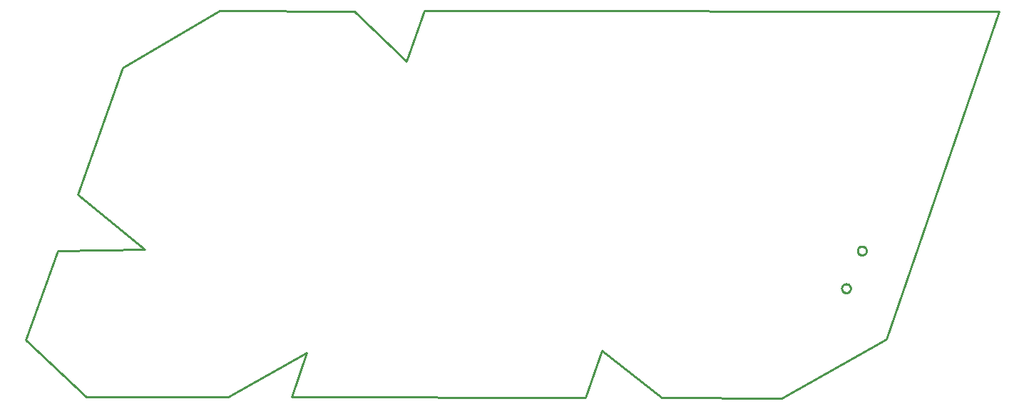
<source format=gbr>
G04 EAGLE Gerber RS-274X export*
G75*
%MOMM*%
%FSLAX34Y34*%
%LPD*%
%IN*%
%IPPOS*%
%AMOC8*
5,1,8,0,0,1.08239X$1,22.5*%
G01*
%ADD10C,0.254000*%


D10*
X0Y69383D02*
X72208Y1884D01*
X240799Y1570D01*
X334042Y54000D01*
X316147Y1256D01*
X664631Y628D01*
X684096Y56197D01*
X755362Y628D01*
X897582Y0D01*
X1021906Y69697D01*
X1155648Y459936D01*
X473436Y460250D01*
X452401Y400599D01*
X390553Y459936D01*
X230753Y460564D01*
X115219Y393065D01*
X62476Y242055D01*
X141277Y176439D01*
X38302Y175498D01*
X0Y69383D01*
X991398Y170288D02*
X991964Y170123D01*
X992545Y170022D01*
X993134Y169987D01*
X993723Y170018D01*
X994304Y170114D01*
X994872Y170276D01*
X995417Y170499D01*
X995934Y170783D01*
X996416Y171122D01*
X996857Y171514D01*
X997252Y171952D01*
X997595Y172432D01*
X997882Y172947D01*
X998109Y173491D01*
X998275Y174057D01*
X998375Y174638D01*
X998410Y175227D01*
X998379Y175815D01*
X998283Y176397D01*
X998121Y176964D01*
X997898Y177510D01*
X997614Y178027D01*
X997275Y178509D01*
X996883Y178950D01*
X996445Y179345D01*
X995965Y179687D01*
X995450Y179974D01*
X994906Y180202D01*
X994340Y180367D01*
X993759Y180468D01*
X993171Y180503D01*
X992582Y180472D01*
X992000Y180375D01*
X991433Y180214D01*
X990887Y179990D01*
X990370Y179707D01*
X989888Y179367D01*
X989447Y178976D01*
X989053Y178538D01*
X988710Y178058D01*
X988423Y177543D01*
X988195Y176999D01*
X988030Y176433D01*
X987929Y175852D01*
X987894Y175263D01*
X987925Y174674D01*
X988022Y174093D01*
X988183Y173526D01*
X988407Y172980D01*
X988690Y172463D01*
X989030Y171981D01*
X989421Y171540D01*
X989859Y171145D01*
X990339Y170802D01*
X990854Y170515D01*
X991398Y170288D01*
X972682Y125545D02*
X973248Y125379D01*
X973829Y125279D01*
X974417Y125244D01*
X975006Y125275D01*
X975588Y125371D01*
X976155Y125533D01*
X976701Y125756D01*
X977218Y126040D01*
X977700Y126379D01*
X978141Y126771D01*
X978535Y127209D01*
X978878Y127689D01*
X979165Y128204D01*
X979393Y128748D01*
X979558Y129314D01*
X979659Y129895D01*
X979694Y130483D01*
X979663Y131072D01*
X979566Y131654D01*
X979405Y132221D01*
X979181Y132767D01*
X978898Y133284D01*
X978558Y133766D01*
X978167Y134207D01*
X977729Y134601D01*
X977249Y134944D01*
X976734Y135231D01*
X976190Y135459D01*
X975624Y135624D01*
X975043Y135725D01*
X974454Y135760D01*
X973865Y135729D01*
X973284Y135632D01*
X972716Y135471D01*
X972171Y135247D01*
X971654Y134964D01*
X971172Y134624D01*
X970731Y134233D01*
X970336Y133795D01*
X969993Y133315D01*
X969706Y132800D01*
X969479Y132256D01*
X969313Y131690D01*
X969213Y131109D01*
X969178Y130520D01*
X969209Y129931D01*
X969305Y129350D01*
X969467Y128782D01*
X969690Y128237D01*
X969974Y127720D01*
X970313Y127238D01*
X970705Y126797D01*
X971143Y126402D01*
X971623Y126059D01*
X972138Y125772D01*
X972682Y125545D01*
M02*

</source>
